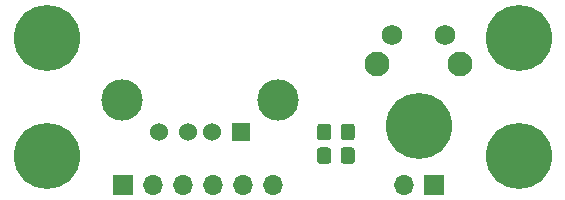
<source format=gts>
G04 #@! TF.GenerationSoftware,KiCad,Pcbnew,5.1.9+dfsg1-1+deb11u1*
G04 #@! TF.CreationDate,2023-03-07T21:47:34+09:00*
G04 #@! TF.ProjectId,tablet-usb-adapter,7461626c-6574-42d7-9573-622d61646170,rev?*
G04 #@! TF.SameCoordinates,Original*
G04 #@! TF.FileFunction,Soldermask,Top*
G04 #@! TF.FilePolarity,Negative*
%FSLAX46Y46*%
G04 Gerber Fmt 4.6, Leading zero omitted, Abs format (unit mm)*
G04 Created by KiCad (PCBNEW 5.1.9+dfsg1-1+deb11u1) date 2023-03-07 21:47:34*
%MOMM*%
%LPD*%
G01*
G04 APERTURE LIST*
%ADD10C,5.600000*%
%ADD11R,1.700000X1.700000*%
%ADD12O,1.700000X1.700000*%
%ADD13C,3.500000*%
%ADD14R,1.524000X1.524000*%
%ADD15C,1.524000*%
%ADD16C,2.100000*%
%ADD17C,1.750000*%
G04 APERTURE END LIST*
D10*
X151500000Y-117500000D03*
X160000000Y-120000000D03*
X160000000Y-110000000D03*
X120000000Y-120000000D03*
X120000000Y-110000000D03*
D11*
X152790000Y-122500000D03*
D12*
X150250000Y-122500000D03*
D11*
X126500000Y-122500000D03*
D12*
X129040000Y-122500000D03*
X131580000Y-122500000D03*
X134120000Y-122500000D03*
X136660000Y-122500000D03*
X139200000Y-122500000D03*
D13*
X126430000Y-115290000D03*
X139570000Y-115290000D03*
D14*
X136500000Y-118000000D03*
D15*
X134000000Y-118000000D03*
X132000000Y-118000000D03*
X129500000Y-118000000D03*
G36*
G01*
X142900000Y-120450001D02*
X142900000Y-119549999D01*
G75*
G02*
X143149999Y-119300000I249999J0D01*
G01*
X143850001Y-119300000D01*
G75*
G02*
X144100000Y-119549999I0J-249999D01*
G01*
X144100000Y-120450001D01*
G75*
G02*
X143850001Y-120700000I-249999J0D01*
G01*
X143149999Y-120700000D01*
G75*
G02*
X142900000Y-120450001I0J249999D01*
G01*
G37*
G36*
G01*
X144900000Y-120450001D02*
X144900000Y-119549999D01*
G75*
G02*
X145149999Y-119300000I249999J0D01*
G01*
X145850001Y-119300000D01*
G75*
G02*
X146100000Y-119549999I0J-249999D01*
G01*
X146100000Y-120450001D01*
G75*
G02*
X145850001Y-120700000I-249999J0D01*
G01*
X145149999Y-120700000D01*
G75*
G02*
X144900000Y-120450001I0J249999D01*
G01*
G37*
D16*
X155010000Y-112240000D03*
D17*
X153750000Y-109750000D03*
X149250000Y-109750000D03*
D16*
X148000000Y-112240000D03*
G36*
G01*
X146100000Y-117549999D02*
X146100000Y-118450001D01*
G75*
G02*
X145850001Y-118700000I-249999J0D01*
G01*
X145149999Y-118700000D01*
G75*
G02*
X144900000Y-118450001I0J249999D01*
G01*
X144900000Y-117549999D01*
G75*
G02*
X145149999Y-117300000I249999J0D01*
G01*
X145850001Y-117300000D01*
G75*
G02*
X146100000Y-117549999I0J-249999D01*
G01*
G37*
G36*
G01*
X144100000Y-117549999D02*
X144100000Y-118450001D01*
G75*
G02*
X143850001Y-118700000I-249999J0D01*
G01*
X143149999Y-118700000D01*
G75*
G02*
X142900000Y-118450001I0J249999D01*
G01*
X142900000Y-117549999D01*
G75*
G02*
X143149999Y-117300000I249999J0D01*
G01*
X143850001Y-117300000D01*
G75*
G02*
X144100000Y-117549999I0J-249999D01*
G01*
G37*
M02*

</source>
